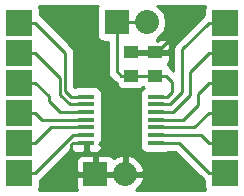
<source format=gtl>
G04 #@! TF.FileFunction,Copper,L1,Top,Signal*
%FSLAX46Y46*%
G04 Gerber Fmt 4.6, Leading zero omitted, Abs format (unit mm)*
G04 Created by KiCad (PCBNEW 4.0.4+e1-6308~48~ubuntu16.04.1-stable) date Thu Nov  3 23:07:18 2016*
%MOMM*%
%LPD*%
G01*
G04 APERTURE LIST*
%ADD10C,0.100000*%
%ADD11R,2.032000X2.032000*%
%ADD12O,2.032000X2.032000*%
%ADD13R,2.235200X2.235200*%
%ADD14R,1.450000X0.450000*%
%ADD15R,1.250000X1.000000*%
%ADD16C,0.600000*%
%ADD17C,0.250000*%
%ADD18C,0.254000*%
G04 APERTURE END LIST*
D10*
D11*
X219329000Y-88849200D03*
D12*
X221869000Y-88849200D03*
D11*
X217525600Y-101701600D03*
D12*
X220065600Y-101701600D03*
D13*
X211074000Y-88900000D03*
X228523800Y-88900000D03*
X211074000Y-96520000D03*
X211074000Y-99060000D03*
X228523800Y-101600000D03*
X211074000Y-101600000D03*
X228523800Y-93980000D03*
X228523800Y-91440000D03*
X211074000Y-91440000D03*
X211074000Y-93980000D03*
X228523800Y-99060000D03*
X228523800Y-96520000D03*
D14*
X216760000Y-95154200D03*
X216760000Y-95804200D03*
X216760000Y-96454200D03*
X216760000Y-97104200D03*
X216760000Y-97754200D03*
X216760000Y-98404200D03*
X216760000Y-99054200D03*
X222660000Y-99054200D03*
X222660000Y-98404200D03*
X222660000Y-97754200D03*
X222660000Y-97104200D03*
X222660000Y-96454200D03*
X222660000Y-95804200D03*
X222660000Y-95154200D03*
D15*
X222625700Y-93374200D03*
X222625700Y-91374200D03*
X220573600Y-93379800D03*
X220573600Y-91379800D03*
D16*
X224717394Y-89922398D03*
X224030492Y-90576328D03*
X215490513Y-102542047D03*
X223875000Y-101750000D03*
X219600000Y-96950000D03*
X216461169Y-90500460D03*
D17*
X222660000Y-95154200D02*
X223635000Y-95154200D01*
X223635000Y-95154200D02*
X224050000Y-94739200D01*
X224050000Y-94739200D02*
X224050000Y-93923500D01*
X224050000Y-93923500D02*
X223500700Y-93374200D01*
X223500700Y-93374200D02*
X222625700Y-93374200D01*
X219329000Y-88849200D02*
X220595000Y-88849200D01*
X220595000Y-88849200D02*
X221869000Y-88849200D01*
X220573600Y-93379800D02*
X219698600Y-93379800D01*
X219698600Y-93379800D02*
X219329000Y-93010200D01*
X219329000Y-93010200D02*
X219329000Y-90115200D01*
X219329000Y-90115200D02*
X219329000Y-88849200D01*
X222625700Y-93374200D02*
X220579200Y-93374200D01*
X220579200Y-93374200D02*
X220573600Y-93379800D01*
X224684422Y-89922398D02*
X224717394Y-89922398D01*
X224030492Y-90576328D02*
X224684422Y-89922398D01*
X223606228Y-90576328D02*
X224030492Y-90576328D01*
X223548572Y-90576328D02*
X223606228Y-90576328D01*
X222750700Y-91374200D02*
X223548572Y-90576328D01*
X222625700Y-91374200D02*
X222750700Y-91374200D01*
X220065600Y-101701600D02*
X223826600Y-101701600D01*
X223826600Y-101701600D02*
X223875000Y-101750000D01*
X220573600Y-91379800D02*
X222620100Y-91379800D01*
X222620100Y-91379800D02*
X222625700Y-91374200D01*
X220065600Y-101701600D02*
X218628760Y-101701600D01*
X218628760Y-101701600D02*
X217525600Y-101701600D01*
X215500000Y-101550000D02*
X215651600Y-101701600D01*
X215651600Y-101701600D02*
X217525600Y-101701600D01*
X215500000Y-99200000D02*
X215500000Y-101550000D01*
X215645800Y-99054200D02*
X215500000Y-99200000D01*
X216760000Y-99054200D02*
X215645800Y-99054200D01*
X215000000Y-94700000D02*
X215454200Y-95154200D01*
X215454200Y-95154200D02*
X216760000Y-95154200D01*
X215000000Y-91458400D02*
X215000000Y-94700000D01*
X211074000Y-88900000D02*
X212441600Y-88900000D01*
X212441600Y-88900000D02*
X215000000Y-91458400D01*
X224900000Y-94800000D02*
X223895800Y-95804200D01*
X223895800Y-95804200D02*
X222660000Y-95804200D01*
X224900000Y-91156200D02*
X224900000Y-94800000D01*
X228523800Y-88900000D02*
X227156200Y-88900000D01*
X227156200Y-88900000D02*
X224900000Y-91156200D01*
X211074000Y-96520000D02*
X212441600Y-96520000D01*
X212441600Y-96520000D02*
X213025800Y-97104200D01*
X215785000Y-97104200D02*
X216760000Y-97104200D01*
X213025800Y-97104200D02*
X215785000Y-97104200D01*
X211074000Y-99060000D02*
X212441600Y-99060000D01*
X212441600Y-99060000D02*
X213747400Y-97754200D01*
X213747400Y-97754200D02*
X215785000Y-97754200D01*
X215785000Y-97754200D02*
X216760000Y-97754200D01*
X228523800Y-101600000D02*
X227156200Y-101600000D01*
X227156200Y-101600000D02*
X224610400Y-99054200D01*
X224610400Y-99054200D02*
X222660000Y-99054200D01*
X211074000Y-101600000D02*
X212441600Y-101600000D01*
X212441600Y-101600000D02*
X215637400Y-98404200D01*
X215637400Y-98404200D02*
X215785000Y-98404200D01*
X215785000Y-98404200D02*
X216760000Y-98404200D01*
X228523800Y-93980000D02*
X227156200Y-93980000D01*
X227156200Y-93980000D02*
X226250000Y-94886200D01*
X226250000Y-94886200D02*
X226250000Y-95850000D01*
X226250000Y-95850000D02*
X224995800Y-97104200D01*
X224995800Y-97104200D02*
X222660000Y-97104200D01*
X222660000Y-96454200D02*
X224093163Y-96454200D01*
X224093163Y-96454200D02*
X225548158Y-94999205D01*
X225548158Y-94999205D02*
X225548158Y-93048042D01*
X225548158Y-93048042D02*
X227156200Y-91440000D01*
X227156200Y-91440000D02*
X228523800Y-91440000D01*
X214549990Y-94999990D02*
X215354200Y-95804200D01*
X215354200Y-95804200D02*
X216760000Y-95804200D01*
X211074000Y-91440000D02*
X212441600Y-91440000D01*
X212441600Y-91440000D02*
X214549990Y-93548390D01*
X214549990Y-93548390D02*
X214549990Y-94999990D01*
X213600000Y-95550000D02*
X214504200Y-96454200D01*
X214504200Y-96454200D02*
X216760000Y-96454200D01*
X213600000Y-95138400D02*
X213600000Y-95550000D01*
X211074000Y-93980000D02*
X212441600Y-93980000D01*
X212441600Y-93980000D02*
X213600000Y-95138400D01*
X228523800Y-99060000D02*
X227156200Y-99060000D01*
X227156200Y-99060000D02*
X226500400Y-98404200D01*
X223635000Y-98404200D02*
X222660000Y-98404200D01*
X226500400Y-98404200D02*
X223635000Y-98404200D01*
X228523800Y-96520000D02*
X227156200Y-96520000D01*
X227156200Y-96520000D02*
X225922000Y-97754200D01*
X225922000Y-97754200D02*
X222660000Y-97754200D01*
D18*
G36*
X217716569Y-87581310D02*
X217665560Y-87833200D01*
X217665560Y-89865200D01*
X217709838Y-90100517D01*
X217848910Y-90316641D01*
X218061110Y-90461631D01*
X218313000Y-90512640D01*
X218569000Y-90512640D01*
X218569000Y-93010200D01*
X218626852Y-93301039D01*
X218791599Y-93547601D01*
X219161199Y-93917201D01*
X219329337Y-94029547D01*
X219345438Y-94115117D01*
X219484510Y-94331241D01*
X219696710Y-94476231D01*
X219948600Y-94527240D01*
X221198600Y-94527240D01*
X221433917Y-94482962D01*
X221605379Y-94372629D01*
X221616001Y-94379886D01*
X221483559Y-94465110D01*
X221338569Y-94677310D01*
X221287560Y-94929200D01*
X221287560Y-95379200D01*
X221307067Y-95482871D01*
X221287560Y-95579200D01*
X221287560Y-96029200D01*
X221307067Y-96132871D01*
X221287560Y-96229200D01*
X221287560Y-96679200D01*
X221307067Y-96782871D01*
X221287560Y-96879200D01*
X221287560Y-97329200D01*
X221307067Y-97432871D01*
X221287560Y-97529200D01*
X221287560Y-97979200D01*
X221307067Y-98082871D01*
X221287560Y-98179200D01*
X221287560Y-98629200D01*
X221307067Y-98732871D01*
X221287560Y-98829200D01*
X221287560Y-99279200D01*
X221331838Y-99514517D01*
X221470910Y-99730641D01*
X221683110Y-99875631D01*
X221935000Y-99926640D01*
X223385000Y-99926640D01*
X223620317Y-99882362D01*
X223726244Y-99814200D01*
X224295598Y-99814200D01*
X226618799Y-102137401D01*
X226758760Y-102230920D01*
X226758760Y-102717600D01*
X226803038Y-102952917D01*
X226859074Y-103040000D01*
X221003737Y-103040000D01*
X221402788Y-102669979D01*
X221671583Y-102084546D01*
X221552967Y-101828600D01*
X220192600Y-101828600D01*
X220192600Y-101848600D01*
X219938600Y-101848600D01*
X219938600Y-101828600D01*
X217652600Y-101828600D01*
X217652600Y-101848600D01*
X217398600Y-101848600D01*
X217398600Y-101828600D01*
X216033350Y-101828600D01*
X215874600Y-101987350D01*
X215874600Y-102843909D01*
X215955824Y-103040000D01*
X212739854Y-103040000D01*
X212788031Y-102969490D01*
X212839040Y-102717600D01*
X212839040Y-102230920D01*
X212979001Y-102137401D01*
X214557111Y-100559291D01*
X215874600Y-100559291D01*
X215874600Y-101415850D01*
X216033350Y-101574600D01*
X217398600Y-101574600D01*
X217398600Y-100209350D01*
X217652600Y-100209350D01*
X217652600Y-101574600D01*
X219938600Y-101574600D01*
X219938600Y-100214764D01*
X220192600Y-100214764D01*
X220192600Y-101574600D01*
X221552967Y-101574600D01*
X221671583Y-101318654D01*
X221402788Y-100733221D01*
X220930418Y-100295215D01*
X220448544Y-100095625D01*
X220192600Y-100214764D01*
X219938600Y-100214764D01*
X219682656Y-100095625D01*
X219200782Y-100295215D01*
X219104280Y-100384696D01*
X219079927Y-100325902D01*
X218901299Y-100147273D01*
X218667910Y-100050600D01*
X217811350Y-100050600D01*
X217652600Y-100209350D01*
X217398600Y-100209350D01*
X217239850Y-100050600D01*
X216383290Y-100050600D01*
X216149901Y-100147273D01*
X215971273Y-100325902D01*
X215874600Y-100559291D01*
X214557111Y-100559291D01*
X215491058Y-99625344D01*
X215496673Y-99638899D01*
X215675302Y-99817527D01*
X215908691Y-99914200D01*
X216474250Y-99914200D01*
X216633000Y-99755450D01*
X216633000Y-99276640D01*
X216887000Y-99276640D01*
X216887000Y-99755450D01*
X217045750Y-99914200D01*
X217611309Y-99914200D01*
X217844698Y-99817527D01*
X218023327Y-99638899D01*
X218120000Y-99405510D01*
X218120000Y-99325450D01*
X217961250Y-99166700D01*
X217822359Y-99166700D01*
X217936441Y-99093290D01*
X218081431Y-98881090D01*
X218096558Y-98806392D01*
X218120000Y-98782950D01*
X218120000Y-98702890D01*
X218118333Y-98698865D01*
X218132440Y-98629200D01*
X218132440Y-98179200D01*
X218112933Y-98075529D01*
X218132440Y-97979200D01*
X218132440Y-97529200D01*
X218112933Y-97425529D01*
X218132440Y-97329200D01*
X218132440Y-96879200D01*
X218112933Y-96775529D01*
X218132440Y-96679200D01*
X218132440Y-96229200D01*
X218112933Y-96125529D01*
X218132440Y-96029200D01*
X218132440Y-95579200D01*
X218112933Y-95475529D01*
X218132440Y-95379200D01*
X218132440Y-94929200D01*
X218088162Y-94693883D01*
X217949090Y-94477759D01*
X217736890Y-94332769D01*
X217485000Y-94281760D01*
X216035000Y-94281760D01*
X215799683Y-94326038D01*
X215760000Y-94351573D01*
X215760000Y-91458400D01*
X215702148Y-91167561D01*
X215537401Y-90920999D01*
X212979001Y-88362599D01*
X212839040Y-88269080D01*
X212839040Y-87782400D01*
X212794762Y-87547083D01*
X212738726Y-87460000D01*
X217799457Y-87460000D01*
X217716569Y-87581310D01*
X217716569Y-87581310D01*
G37*
X217716569Y-87581310D02*
X217665560Y-87833200D01*
X217665560Y-89865200D01*
X217709838Y-90100517D01*
X217848910Y-90316641D01*
X218061110Y-90461631D01*
X218313000Y-90512640D01*
X218569000Y-90512640D01*
X218569000Y-93010200D01*
X218626852Y-93301039D01*
X218791599Y-93547601D01*
X219161199Y-93917201D01*
X219329337Y-94029547D01*
X219345438Y-94115117D01*
X219484510Y-94331241D01*
X219696710Y-94476231D01*
X219948600Y-94527240D01*
X221198600Y-94527240D01*
X221433917Y-94482962D01*
X221605379Y-94372629D01*
X221616001Y-94379886D01*
X221483559Y-94465110D01*
X221338569Y-94677310D01*
X221287560Y-94929200D01*
X221287560Y-95379200D01*
X221307067Y-95482871D01*
X221287560Y-95579200D01*
X221287560Y-96029200D01*
X221307067Y-96132871D01*
X221287560Y-96229200D01*
X221287560Y-96679200D01*
X221307067Y-96782871D01*
X221287560Y-96879200D01*
X221287560Y-97329200D01*
X221307067Y-97432871D01*
X221287560Y-97529200D01*
X221287560Y-97979200D01*
X221307067Y-98082871D01*
X221287560Y-98179200D01*
X221287560Y-98629200D01*
X221307067Y-98732871D01*
X221287560Y-98829200D01*
X221287560Y-99279200D01*
X221331838Y-99514517D01*
X221470910Y-99730641D01*
X221683110Y-99875631D01*
X221935000Y-99926640D01*
X223385000Y-99926640D01*
X223620317Y-99882362D01*
X223726244Y-99814200D01*
X224295598Y-99814200D01*
X226618799Y-102137401D01*
X226758760Y-102230920D01*
X226758760Y-102717600D01*
X226803038Y-102952917D01*
X226859074Y-103040000D01*
X221003737Y-103040000D01*
X221402788Y-102669979D01*
X221671583Y-102084546D01*
X221552967Y-101828600D01*
X220192600Y-101828600D01*
X220192600Y-101848600D01*
X219938600Y-101848600D01*
X219938600Y-101828600D01*
X217652600Y-101828600D01*
X217652600Y-101848600D01*
X217398600Y-101848600D01*
X217398600Y-101828600D01*
X216033350Y-101828600D01*
X215874600Y-101987350D01*
X215874600Y-102843909D01*
X215955824Y-103040000D01*
X212739854Y-103040000D01*
X212788031Y-102969490D01*
X212839040Y-102717600D01*
X212839040Y-102230920D01*
X212979001Y-102137401D01*
X214557111Y-100559291D01*
X215874600Y-100559291D01*
X215874600Y-101415850D01*
X216033350Y-101574600D01*
X217398600Y-101574600D01*
X217398600Y-100209350D01*
X217652600Y-100209350D01*
X217652600Y-101574600D01*
X219938600Y-101574600D01*
X219938600Y-100214764D01*
X220192600Y-100214764D01*
X220192600Y-101574600D01*
X221552967Y-101574600D01*
X221671583Y-101318654D01*
X221402788Y-100733221D01*
X220930418Y-100295215D01*
X220448544Y-100095625D01*
X220192600Y-100214764D01*
X219938600Y-100214764D01*
X219682656Y-100095625D01*
X219200782Y-100295215D01*
X219104280Y-100384696D01*
X219079927Y-100325902D01*
X218901299Y-100147273D01*
X218667910Y-100050600D01*
X217811350Y-100050600D01*
X217652600Y-100209350D01*
X217398600Y-100209350D01*
X217239850Y-100050600D01*
X216383290Y-100050600D01*
X216149901Y-100147273D01*
X215971273Y-100325902D01*
X215874600Y-100559291D01*
X214557111Y-100559291D01*
X215491058Y-99625344D01*
X215496673Y-99638899D01*
X215675302Y-99817527D01*
X215908691Y-99914200D01*
X216474250Y-99914200D01*
X216633000Y-99755450D01*
X216633000Y-99276640D01*
X216887000Y-99276640D01*
X216887000Y-99755450D01*
X217045750Y-99914200D01*
X217611309Y-99914200D01*
X217844698Y-99817527D01*
X218023327Y-99638899D01*
X218120000Y-99405510D01*
X218120000Y-99325450D01*
X217961250Y-99166700D01*
X217822359Y-99166700D01*
X217936441Y-99093290D01*
X218081431Y-98881090D01*
X218096558Y-98806392D01*
X218120000Y-98782950D01*
X218120000Y-98702890D01*
X218118333Y-98698865D01*
X218132440Y-98629200D01*
X218132440Y-98179200D01*
X218112933Y-98075529D01*
X218132440Y-97979200D01*
X218132440Y-97529200D01*
X218112933Y-97425529D01*
X218132440Y-97329200D01*
X218132440Y-96879200D01*
X218112933Y-96775529D01*
X218132440Y-96679200D01*
X218132440Y-96229200D01*
X218112933Y-96125529D01*
X218132440Y-96029200D01*
X218132440Y-95579200D01*
X218112933Y-95475529D01*
X218132440Y-95379200D01*
X218132440Y-94929200D01*
X218088162Y-94693883D01*
X217949090Y-94477759D01*
X217736890Y-94332769D01*
X217485000Y-94281760D01*
X216035000Y-94281760D01*
X215799683Y-94326038D01*
X215760000Y-94351573D01*
X215760000Y-91458400D01*
X215702148Y-91167561D01*
X215537401Y-90920999D01*
X212979001Y-88362599D01*
X212839040Y-88269080D01*
X212839040Y-87782400D01*
X212794762Y-87547083D01*
X212738726Y-87460000D01*
X217799457Y-87460000D01*
X217716569Y-87581310D01*
G36*
X226809769Y-87530510D02*
X226758760Y-87782400D01*
X226758760Y-88269080D01*
X226618799Y-88362599D01*
X224362599Y-90618799D01*
X224197852Y-90865361D01*
X224140000Y-91156200D01*
X224140000Y-92938698D01*
X224038101Y-92836799D01*
X223869963Y-92724453D01*
X223853862Y-92638883D01*
X223714790Y-92422759D01*
X223646694Y-92376231D01*
X223789027Y-92233898D01*
X223885700Y-92000509D01*
X223885700Y-91659950D01*
X223726950Y-91501200D01*
X222752700Y-91501200D01*
X222752700Y-91521200D01*
X222498700Y-91521200D01*
X222498700Y-91501200D01*
X221524450Y-91501200D01*
X221518850Y-91506800D01*
X220700600Y-91506800D01*
X220700600Y-91526800D01*
X220446600Y-91526800D01*
X220446600Y-91506800D01*
X220426600Y-91506800D01*
X220426600Y-91252800D01*
X220446600Y-91252800D01*
X220446600Y-91232800D01*
X220700600Y-91232800D01*
X220700600Y-91252800D01*
X221674850Y-91252800D01*
X221680450Y-91247200D01*
X222498700Y-91247200D01*
X222498700Y-91227200D01*
X222752700Y-91227200D01*
X222752700Y-91247200D01*
X223726950Y-91247200D01*
X223885700Y-91088450D01*
X223885700Y-90747891D01*
X223789027Y-90514502D01*
X223610399Y-90335873D01*
X223377010Y-90239200D01*
X222911450Y-90239200D01*
X222752702Y-90397948D01*
X222752702Y-90239200D01*
X222751746Y-90239200D01*
X223036433Y-90048978D01*
X223394325Y-89513355D01*
X223520000Y-88881545D01*
X223520000Y-88816855D01*
X223394325Y-88185045D01*
X223036433Y-87649422D01*
X222752943Y-87460000D01*
X226857946Y-87460000D01*
X226809769Y-87530510D01*
X226809769Y-87530510D01*
G37*
X226809769Y-87530510D02*
X226758760Y-87782400D01*
X226758760Y-88269080D01*
X226618799Y-88362599D01*
X224362599Y-90618799D01*
X224197852Y-90865361D01*
X224140000Y-91156200D01*
X224140000Y-92938698D01*
X224038101Y-92836799D01*
X223869963Y-92724453D01*
X223853862Y-92638883D01*
X223714790Y-92422759D01*
X223646694Y-92376231D01*
X223789027Y-92233898D01*
X223885700Y-92000509D01*
X223885700Y-91659950D01*
X223726950Y-91501200D01*
X222752700Y-91501200D01*
X222752700Y-91521200D01*
X222498700Y-91521200D01*
X222498700Y-91501200D01*
X221524450Y-91501200D01*
X221518850Y-91506800D01*
X220700600Y-91506800D01*
X220700600Y-91526800D01*
X220446600Y-91526800D01*
X220446600Y-91506800D01*
X220426600Y-91506800D01*
X220426600Y-91252800D01*
X220446600Y-91252800D01*
X220446600Y-91232800D01*
X220700600Y-91232800D01*
X220700600Y-91252800D01*
X221674850Y-91252800D01*
X221680450Y-91247200D01*
X222498700Y-91247200D01*
X222498700Y-91227200D01*
X222752700Y-91227200D01*
X222752700Y-91247200D01*
X223726950Y-91247200D01*
X223885700Y-91088450D01*
X223885700Y-90747891D01*
X223789027Y-90514502D01*
X223610399Y-90335873D01*
X223377010Y-90239200D01*
X222911450Y-90239200D01*
X222752702Y-90397948D01*
X222752702Y-90239200D01*
X222751746Y-90239200D01*
X223036433Y-90048978D01*
X223394325Y-89513355D01*
X223520000Y-88881545D01*
X223520000Y-88816855D01*
X223394325Y-88185045D01*
X223036433Y-87649422D01*
X222752943Y-87460000D01*
X226857946Y-87460000D01*
X226809769Y-87530510D01*
M02*

</source>
